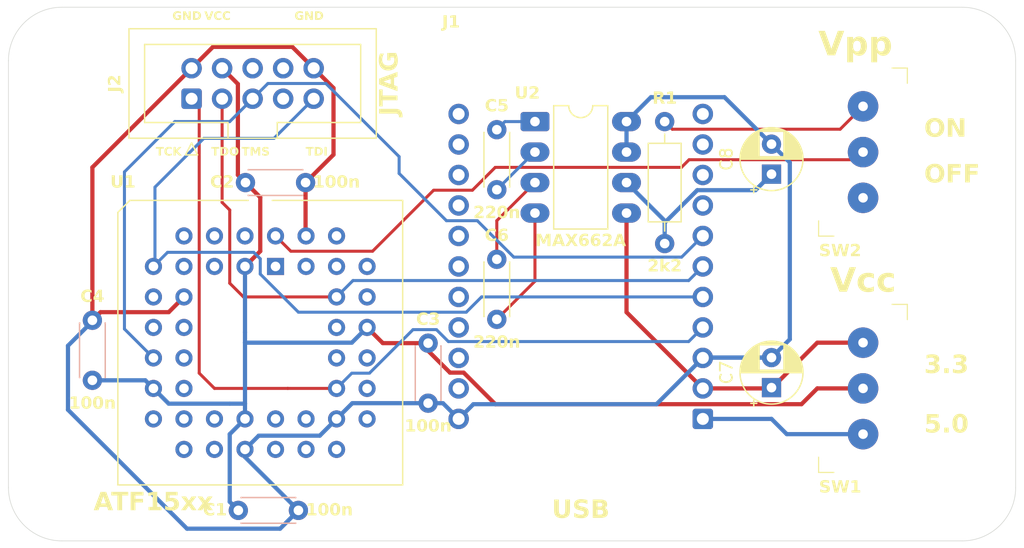
<source format=kicad_pcb>
(kicad_pcb (version 20241229) (generator "pcbnew") (generator_version "9.0")
  (title_block (title "ATF1504 - FT232HQ Adapter Shield") (date "2019-11-20") (rev "1") (company "hackup.net"))
  (layers (0 "F.Cu" signal) (2 "B.Cu" signal) (13 "F.Paste" user) (15 "B.Paste" user) (5 "F.SilkS" user "F.Silkscreen") (7 "B.SilkS" user "B.Silkscreen") (1 "F.Mask" user) (3 "B.Mask" user) (25 "Edge.Cuts" user))
  (net 0 "")
  (net 1 "TCK")
  (net 2 "TDI")
  (net 3 "TDO")
  (net 4 "TMS")
  (net 5 "+5V")
  (net 6 "GND")
  (net 7 "+3V3")
  (net 8 "+12V")
  (net 38 "VCC")
  (net 39 "Net-(C5-Pad1)")
  (net 40 "Net-(C5-Pad2)")
  (net 41 "Net-(C6-Pad2)")
  (net 42 "Net-(C6-Pad1)")
  (net 48 "Net-(SW2-B)")
  (net 63 "Net-(SW2-A)")
  (footprint "T-Pau:SW_Apem_SS-25136-NH" (layer "F.Cu") (at 151.765 55.245 -90)
    (property "Reference" "SW2" (at 8.255 1.905 0) (layer "F.SilkS") (effects (font (thickness 0.1))))
    (property "Value" "Vpp" (at -8.89 0.635 0) (layer "F.SilkS") (effects (font (size 2 2))))
    (pad "1" thru_hole circle (at -3.81 0 270) (size 2.54 2.54) (drill 0.8) (layers "*.Cu" "*.Mask") (net 63 "Net-(SW2-A)"))
    (pad "2" thru_hole circle (at 0 0 270) (size 2.54 2.54) (drill 0.8) (layers "*.Cu" "*.Mask") (net 48 "Net-(SW2-B)"))
    (pad "3" thru_hole circle (at 3.81 0 270) (size 2.54 2.54) (drill 0.8) (layers "*.Cu" "*.Mask"))
  )
  (footprint "Resistor_THT:R_Axial_DIN0207_L6.3mm_D2.5mm_P10.16mm_Horizontal" (layer "F.Cu") (at 135.255 62.865 90)
    (property "Reference" "R1" (at 12.065 0 0) (layer "F.SilkS"))
    (property "Value" "2k2" (at -1.905 0 0) (layer "F.SilkS"))
    (pad "1" thru_hole circle (at 0 0 90) (size 1.6 1.6) (drill 0.8) (layers "*.Cu" "*.Mask") (net 8 "+12V"))
    (pad "2" thru_hole oval (at 10.16 0 90) (size 1.6 1.6) (drill 0.8) (layers "*.Cu" "*.Mask") (net 63 "Net-(SW2-A)"))
  )
  (footprint "Connector_IDC:IDC-Header_2x05_P2.54mm_Vertical" (layer "F.Cu") (at 95.885 50.8 90)
    (property "Reference" "J2" (at 1.27 -6.35 90) (layer "F.SilkS"))
    (property "Value" "JTAG" (at 1.27 16.51 90) (layer "F.SilkS") (effects (font (size 1.5 1.5))))
    (pad "1" thru_hole roundrect (at 0 0 90) (size 1.7 1.7) (drill 1) (layers "*.Cu" "*.Mask") (roundrect_rratio 0.147059) (net 1 "TCK"))
    (pad "2" thru_hole circle (at 2.54 0 90) (size 1.7 1.7) (drill 1) (layers "*.Cu" "*.Mask") (net 6 "GND"))
    (pad "3" thru_hole circle (at 0 2.54 90) (size 1.7 1.7) (drill 1) (layers "*.Cu" "*.Mask") (net 3 "TDO"))
    (pad "4" thru_hole circle (at 2.54 2.54 90) (size 1.7 1.7) (drill 1) (layers "*.Cu" "*.Mask") (net 38 "VCC"))
    (pad "5" thru_hole circle (at 0 5.08 90) (size 1.7 1.7) (drill 1) (layers "*.Cu" "*.Mask") (net 4 "TMS"))
    (pad "6" thru_hole circle (at 2.54 5.08 90) (size 1.7 1.7) (drill 1) (layers "*.Cu" "*.Mask"))
    (pad "7" thru_hole circle (at 0 7.62 90) (size 1.7 1.7) (drill 1) (layers "*.Cu" "*.Mask"))
    (pad "8" thru_hole circle (at 2.54 7.62 90) (size 1.7 1.7) (drill 1) (layers "*.Cu" "*.Mask"))
    (pad "9" thru_hole circle (at 0 10.16 90) (size 1.7 1.7) (drill 1) (layers "*.Cu" "*.Mask") (net 2 "TDI"))
    (pad "10" thru_hole circle (at 2.54 10.16 90) (size 1.7 1.7) (drill 1) (layers "*.Cu" "*.Mask") (net 6 "GND"))
  )
  (footprint "Capacitor_THT:CP_Radial_D5.0mm_P2.50mm" (layer "F.Cu") (at 144.145 57.085113 90)
    (property "Reference" "C8" (at 1.25 -3.75 90) (layer "F.SilkS"))
    (property "Value" "4.7u")
    (pad "1" thru_hole rect (at 0 0 90) (size 1.6 1.6) (drill 0.8) (layers "*.Cu" "*.Mask") (net 8 "+12V"))
    (pad "2" thru_hole circle (at 2.5 0 90) (size 1.6 1.6) (drill 0.8) (layers "*.Cu" "*.Mask") (net 6 "GND"))
  )
  (footprint "T-Pau:SW_Apem_SS-25136-NH" (layer "F.Cu") (at 151.765 74.93 -90)
    (property "Reference" "SW1" (at 8.255 1.905 0) (layer "F.SilkS") (effects (font (thickness 0.1))))
    (property "Value" "Vcc" (at -8.89 0 0) (layer "F.SilkS") (effects (font (size 2 2))))
    (pad "1" thru_hole circle (at -3.81 0 270) (size 2.54 2.54) (drill 0.8) (layers "*.Cu" "*.Mask") (net 5 "+5V"))
    (pad "2" thru_hole circle (at 0 0 270) (size 2.54 2.54) (drill 0.8) (layers "*.Cu" "*.Mask") (net 38 "VCC"))
    (pad "3" thru_hole circle (at 3.81 0 270) (size 2.54 2.54) (drill 0.8) (layers "*.Cu" "*.Mask") (net 7 "+3V3"))
  )
  (footprint "Package_LCC:PLCC-44_THT-Socket" (layer "F.Cu") (at 102.87 64.77)
    (property "Reference" "U1" (at -12.7 -6.985 0) (layer "F.SilkS"))
    (property "Value" "ATF15xx" (at -10.16 19.685 0) (layer "F.SilkS") (effects (font (size 1.5 1.5))))
    (pad "1" thru_hole rect (at 0 0) (size 1.4224 1.4224) (drill 0.8) (layers "*.Cu" "*.Mask"))
    (pad "2" thru_hole circle (at -2.54 -2.54) (size 1.4224 1.4224) (drill 0.8) (layers "*.Cu" "*.Mask"))
    (pad "3" thru_hole circle (at -2.54 0) (size 1.4224 1.4224) (drill 0.8) (layers "*.Cu" "*.Mask") (net 38 "VCC"))
    (pad "4" thru_hole circle (at -5.08 -2.54) (size 1.4224 1.4224) (drill 0.8) (layers "*.Cu" "*.Mask"))
    (pad "5" thru_hole circle (at -5.08 0) (size 1.4224 1.4224) (drill 0.8) (layers "*.Cu" "*.Mask"))
    (pad "6" thru_hole circle (at -7.62 -2.54) (size 1.4224 1.4224) (drill 0.8) (layers "*.Cu" "*.Mask"))
    (pad "7" thru_hole circle (at -10.16 0) (size 1.4224 1.4224) (drill 0.8) (layers "*.Cu" "*.Mask") (net 2 "TDI"))
    (pad "8" thru_hole circle (at -7.62 0) (size 1.4224 1.4224) (drill 0.8) (layers "*.Cu" "*.Mask"))
    (pad "9" thru_hole circle (at -10.16 2.54) (size 1.4224 1.4224) (drill 0.8) (layers "*.Cu" "*.Mask"))
    (pad "10" thru_hole circle (at -7.62 2.54) (size 1.4224 1.4224) (drill 0.8) (layers "*.Cu" "*.Mask") (net 6 "GND"))
    (pad "11" thru_hole circle (at -10.16 5.08) (size 1.4224 1.4224) (drill 0.8) (layers "*.Cu" "*.Mask"))
    (pad "12" thru_hole circle (at -7.62 5.08) (size 1.4224 1.4224) (drill 0.8) (layers "*.Cu" "*.Mask"))
    (pad "13" thru_hole circle (at -10.16 7.62) (size 1.4224 1.4224) (drill 0.8) (layers "*.Cu" "*.Mask") (net 4 "TMS"))
    (pad "14" thru_hole circle (at -7.62 7.62) (size 1.4224 1.4224) (drill 0.8) (layers "*.Cu" "*.Mask"))
    (pad "15" thru_hole circle (at -10.16 10.16) (size 1.4224 1.4224) (drill 0.8) (layers "*.Cu" "*.Mask") (net 38 "VCC"))
    (pad "16" thru_hole circle (at -7.62 10.16) (size 1.4224 1.4224) (drill 0.8) (layers "*.Cu" "*.Mask"))
    (pad "17" thru_hole circle (at -10.16 12.7) (size 1.4224 1.4224) (drill 0.8) (layers "*.Cu" "*.Mask"))
    (pad "18" thru_hole circle (at -7.62 15.24) (size 1.4224 1.4224) (drill 0.8) (layers "*.Cu" "*.Mask"))
    (pad "19" thru_hole circle (at -7.62 12.7) (size 1.4224 1.4224) (drill 0.8) (layers "*.Cu" "*.Mask"))
    (pad "20" thru_hole circle (at -5.08 15.24) (size 1.4224 1.4224) (drill 0.8) (layers "*.Cu" "*.Mask"))
    (pad "21" thru_hole circle (at -5.08 12.7) (size 1.4224 1.4224) (drill 0.8) (layers "*.Cu" "*.Mask"))
    (pad "22" thru_hole circle (at -2.54 15.24) (size 1.4224 1.4224) (drill 0.8) (layers "*.Cu" "*.Mask") (net 6 "GND"))
    (pad "23" thru_hole circle (at -2.54 12.7) (size 1.4224 1.4224) (drill 0.8) (layers "*.Cu" "*.Mask") (net 38 "VCC"))
    (pad "24" thru_hole circle (at 0 15.24) (size 1.4224 1.4224) (drill 0.8) (layers "*.Cu" "*.Mask"))
    (pad "25" thru_hole circle (at 0 12.7) (size 1.4224 1.4224) (drill 0.8) (layers "*.Cu" "*.Mask"))
    (pad "26" thru_hole circle (at 2.54 15.24) (size 1.4224 1.4224) (drill 0.8) (layers "*.Cu" "*.Mask"))
    (pad "27" thru_hole circle (at 2.54 12.7) (size 1.4224 1.4224) (drill 0.8) (layers "*.Cu" "*.Mask"))
    (pad "28" thru_hole circle (at 5.08 15.24) (size 1.4224 1.4224) (drill 0.8) (layers "*.Cu" "*.Mask"))
    (pad "29" thru_hole circle (at 7.62 12.7) (size 1.4224 1.4224) (drill 0.8) (layers "*.Cu" "*.Mask"))
    (pad "30" thru_hole circle (at 5.08 12.7) (size 1.4224 1.4224) (drill 0.8) (layers "*.Cu" "*.Mask") (net 6 "GND"))
    (pad "31" thru_hole circle (at 7.62 10.16) (size 1.4224 1.4224) (drill 0.8) (layers "*.Cu" "*.Mask"))
    (pad "32" thru_hole circle (at 5.08 10.16) (size 1.4224 1.4224) (drill 0.8) (layers "*.Cu" "*.Mask") (net 1 "TCK"))
    (pad "33" thru_hole circle (at 7.62 7.62) (size 1.4224 1.4224) (drill 0.8) (layers "*.Cu" "*.Mask"))
    (pad "34" thru_hole circle (at 5.08 7.62) (size 1.4224 1.4224) (drill 0.8) (layers "*.Cu" "*.Mask"))
    (pad "35" thru_hole circle (at 7.62 5.08) (size 1.4224 1.4224) (drill 0.8) (layers "*.Cu" "*.Mask") (net 38 "VCC"))
    (pad "36" thru_hole circle (at 5.08 5.08) (size 1.4224 1.4224) (drill 0.8) (layers "*.Cu" "*.Mask"))
    (pad "37" thru_hole circle (at 7.62 2.54) (size 1.4224 1.4224) (drill 0.8) (layers "*.Cu" "*.Mask"))
    (pad "38" thru_hole circle (at 5.08 2.54) (size 1.4224 1.4224) (drill 0.8) (layers "*.Cu" "*.Mask") (net 3 "TDO"))
    (pad "39" thru_hole circle (at 7.62 0) (size 1.4224 1.4224) (drill 0.8) (layers "*.Cu" "*.Mask"))
    (pad "40" thru_hole circle (at 5.08 -2.54) (size 1.4224 1.4224) (drill 0.8) (layers "*.Cu" "*.Mask"))
    (pad "41" thru_hole circle (at 5.08 0) (size 1.4224 1.4224) (drill 0.8) (layers "*.Cu" "*.Mask"))
    (pad "42" thru_hole circle (at 2.54 -2.54) (size 1.4224 1.4224) (drill 0.8) (layers "*.Cu" "*.Mask") (net 6 "GND"))
    (pad "43" thru_hole circle (at 2.54 0) (size 1.4224 1.4224) (drill 0.8) (layers "*.Cu" "*.Mask"))
    (pad "44" thru_hole circle (at 0 -2.54) (size 1.4224 1.4224) (drill 0.8) (layers "*.Cu" "*.Mask") (net 48 "Net-(SW2-B)"))
  )
  (footprint "Package_DIP:DIP-8_W7.62mm_LongPads" (layer "F.Cu") (at 124.46 52.705)
    (property "Reference" "U2" (at -0.635 -2.33 0) (layer "F.SilkS"))
    (property "Value" "MAX662A" (at 3.81 9.95 0) (layer "F.SilkS"))
    (pad "1" thru_hole roundrect (at 0 0) (size 2.4 1.6) (drill 0.8) (layers "*.Cu" "*.Mask") (roundrect_rratio 0.15625) (net 39 "Net-(C5-Pad1)"))
    (pad "2" thru_hole oval (at 0 2.54) (size 2.4 1.6) (drill 0.8) (layers "*.Cu" "*.Mask") (net 40 "Net-(C5-Pad2)"))
    (pad "3" thru_hole oval (at 0 5.08) (size 2.4 1.6) (drill 0.8) (layers "*.Cu" "*.Mask") (net 42 "Net-(C6-Pad1)"))
    (pad "4" thru_hole oval (at 0 7.62) (size 2.4 1.6) (drill 0.8) (layers "*.Cu" "*.Mask") (net 41 "Net-(C6-Pad2)"))
    (pad "5" thru_hole oval (at 7.62 7.62) (size 2.4 1.6) (drill 0.8) (layers "*.Cu" "*.Mask") (net 5 "+5V"))
    (pad "6" thru_hole oval (at 7.62 5.08) (size 2.4 1.6) (drill 0.8) (layers "*.Cu" "*.Mask") (net 8 "+12V"))
    (pad "7" thru_hole oval (at 7.62 2.54) (size 2.4 1.6) (drill 0.8) (layers "*.Cu" "*.Mask") (net 6 "GND"))
    (pad "8" thru_hole oval (at 7.62 0) (size 2.4 1.6) (drill 0.8) (layers "*.Cu" "*.Mask") (net 6 "GND"))
  )
  (footprint "Capacitor_THT:CP_Radial_D5.0mm_P2.50mm" (layer "F.Cu") (at 144.145 74.865113 90)
    (property "Reference" "C7" (at 1.25 -3.75 90) (layer "F.SilkS"))
    (property "Value" "4.7u")
    (pad "1" thru_hole rect (at 0 0 90) (size 1.6 1.6) (drill 0.8) (layers "*.Cu" "*.Mask") (net 5 "+5V"))
    (pad "2" thru_hole circle (at 2.5 0 90) (size 1.6 1.6) (drill 0.8) (layers "*.Cu" "*.Mask") (net 6 "GND"))
  )
  (footprint "Capacitor_THT:C_Disc_D4.3mm_W1.9mm_P5.00mm" (layer "F.Cu") (at 121.285 64.175 -90)
    (property "Reference" "C6" (at -1.945 0 180) (layer "F.SilkS"))
    (property "Value" "220n" (at 6.945 0 180) (layer "F.SilkS"))
    (pad "1" thru_hole circle (at 0 0 270) (size 1.6 1.6) (drill 0.8) (layers "*.Cu" "*.Mask") (net 42 "Net-(C6-Pad1)"))
    (pad "2" thru_hole circle (at 5 0 270) (size 1.6 1.6) (drill 0.8) (layers "*.Cu" "*.Mask") (net 41 "Net-(C6-Pad2)"))
  )
  (footprint "Capacitor_THT:C_Disc_D4.3mm_W1.9mm_P5.00mm" (layer "F.Cu") (at 121.285 53.38 -90)
    (property "Reference" "C5" (at -1.945 0 180) (layer "F.SilkS"))
    (property "Value" "220n" (at 6.945 0 180) (layer "F.SilkS"))
    (pad "1" thru_hole circle (at 0 0 270) (size 1.6 1.6) (drill 0.8) (layers "*.Cu" "*.Mask") (net 39 "Net-(C5-Pad1)"))
    (pad "2" thru_hole circle (at 5 0 270) (size 1.6 1.6) (drill 0.8) (layers "*.Cu" "*.Mask") (net 40 "Net-(C5-Pad2)"))
  )
  (footprint "MountingHole:MountingHole_2.7mm_M2.5" (layer "F.Cu") (at 137.16 48.26)
    (property "Reference" "H2")
    (property "Value" "MountingHole")
    (pad "" np_thru_hole circle (at 0 0) (size 2.7 2.7) (drill 2.7) (layers "*.Cu" "*.Mask"))
  )
  (footprint "MountingHole:MountingHole_2.7mm_M2.5" (layer "F.Cu") (at 137.16 81.28)
    (property "Reference" "H4")
    (property "Value" "MountingHole")
    (pad "" np_thru_hole circle (at 0 0) (size 2.7 2.7) (drill 2.7) (layers "*.Cu" "*.Mask"))
  )
  (footprint "MountingHole:MountingHole_2.7mm_M2.5" (layer "F.Cu") (at 119.38 81.28)
    (property "Reference" "H3")
    (property "Value" "MountingHole")
    (pad "" np_thru_hole circle (at 0 0) (size 2.7 2.7) (drill 2.7) (layers "*.Cu" "*.Mask"))
  )
  (footprint "MountingHole:MountingHole_3.2mm_M3" (layer "F.Cu") (at 85.09 47.625)
    (property "Reference" "H5")
    (property "Value" "MountingHole")
    (pad "" np_thru_hole circle (at 0 0) (size 3.2 3.2) (drill 3.2) (layers "*.Cu" "*.Mask"))
  )
  (footprint "MountingHole:MountingHole_2.7mm_M2.5" (layer "F.Cu") (at 119.38 48.26)
    (property "Reference" "H1")
    (property "Value" "MountingHole")
    (pad "" np_thru_hole circle (at 0 0) (size 2.7 2.7) (drill 2.7) (layers "*.Cu" "*.Mask"))
  )
  (footprint "MountingHole:MountingHole_3.2mm_M3" (layer "F.Cu") (at 160.02 47.625)
    (property "Reference" "H7")
    (property "Value" "MountingHole")
    (pad "" np_thru_hole circle (at 0 0) (size 3.2 3.2) (drill 3.2) (layers "*.Cu" "*.Mask"))
  )
  (footprint "MountingHole:MountingHole_3.2mm_M3" (layer "F.Cu") (at 160.02 83.185)
    (property "Reference" "H8")
    (property "Value" "MountingHole")
    (pad "" np_thru_hole circle (at 0 0) (size 3.2 3.2) (drill 3.2) (layers "*.Cu" "*.Mask"))
  )
  (footprint "MountingHole:MountingHole_3.2mm_M3" (layer "F.Cu") (at 85.09 83.185)
    (property "Reference" "H6")
    (property "Value" "MountingHole")
    (pad "" np_thru_hole circle (at 0 0) (size 3.2 3.2) (drill 3.2) (layers "*.Cu" "*.Mask"))
  )
  (footprint "T-Pau:FT232H" (layer "F.Cu") (at 128.27 64.77 90)
    (property "Reference" "J1" (at 20.32 -10.795 0) (layer "F.SilkS") (effects (font (thickness 0.1))))
    (property "Value" "USB" (at -20.32 0 0) (layer "F.SilkS") (effects (font (size 1.5 1.5))))
    (pad "1" thru_hole roundrect (at -12.7 10.16 90) (size 1.7 1.7) (drill 1) (layers "*.Cu" "*.Mask") (roundrect_rratio 0.1470588235) (net 7 "+3V3"))
    (pad "2" thru_hole circle (at -10.16 10.16 90) (size 1.7 1.7) (drill 1) (layers "*.Cu" "*.Mask") (net 5 "+5V"))
    (pad "3" thru_hole circle (at -7.62 10.16 90) (size 1.7 1.7) (drill 1) (layers "*.Cu" "*.Mask") (net 6 "GND"))
    (pad "4" thru_hole circle (at -5.08 10.16 90) (size 1.7 1.7) (drill 1) (layers "*.Cu" "*.Mask") (net 1 "TCK"))
    (pad "5" thru_hole circle (at -2.54 10.16 90) (size 1.7 1.7) (drill 1) (layers "*.Cu" "*.Mask") (net 2 "TDI"))
    (pad "6" thru_hole circle (at 0 10.16 90) (size 1.7 1.7) (drill 1) (layers "*.Cu" "*.Mask") (net 3 "TDO"))
    (pad "7" thru_hole circle (at 2.54 10.16 90) (size 1.7 1.7) (drill 1) (layers "*.Cu" "*.Mask") (net 4 "TMS"))
    (pad "8" thru_hole circle (at 5.08 10.16 90) (size 1.7 1.7) (drill 1) (layers "*.Cu" "*.Mask"))
    (pad "9" thru_hole circle (at 7.62 10.16 90) (size 1.7 1.7) (drill 1) (layers "*.Cu" "*.Mask"))
    (pad "10" thru_hole circle (at 10.16 10.16 90) (size 1.7 1.7) (drill 1) (layers "*.Cu" "*.Mask"))
    (pad "11" thru_hole circle (at 12.7 10.16 90) (size 1.7 1.7) (drill 1) (layers "*.Cu" "*.Mask"))
    (pad "12" thru_hole circle (at 12.7 -10.16 90) (size 1.7 1.7) (drill 1) (layers "*.Cu" "*.Mask"))
    (pad "13" thru_hole circle (at 10.16 -10.16 90) (size 1.7 1.7) (drill 1) (layers "*.Cu" "*.Mask"))
    (pad "14" thru_hole circle (at 7.62 -10.16 90) (size 1.7 1.7) (drill 1) (layers "*.Cu" "*.Mask"))
    (pad "15" thru_hole circle (at 5.08 -10.16 90) (size 1.7 1.7) (drill 1) (layers "*.Cu" "*.Mask"))
    (pad "16" thru_hole circle (at 2.54 -10.16 90) (size 1.7 1.7) (drill 1) (layers "*.Cu" "*.Mask"))
    (pad "17" thru_hole circle (at 0 -10.16 90) (size 1.7 1.7) (drill 1) (layers "*.Cu" "*.Mask"))
    (pad "18" thru_hole circle (at -2.54 -10.16 90) (size 1.7 1.7) (drill 1) (layers "*.Cu" "*.Mask"))
    (pad "19" thru_hole circle (at -5.08 -10.16 90) (size 1.7 1.7) (drill 1) (layers "*.Cu" "*.Mask"))
    (pad "20" thru_hole circle (at -7.62 -10.16 90) (size 1.7 1.7) (drill 1) (layers "*.Cu" "*.Mask"))
    (pad "21" thru_hole circle (at -10.16 -10.16 90) (size 1.7 1.7) (drill 1) (layers "*.Cu" "*.Mask"))
    (pad "22" thru_hole circle (at -12.7 -10.16 90) (size 1.7 1.7) (drill 1) (layers "*.Cu" "*.Mask") (net 6 "GND"))
  )
  (footprint "Capacitor_THT:C_Disc_D4.3mm_W1.9mm_P5.00mm" (layer "B.Cu") (at 100.37 57.785)
    (property "Reference" "C2" (at -1.945 0 0) (layer "F.SilkS"))
    (property "Value" "100n" (at 7.58 0 0) (layer "F.SilkS"))
    (pad "1" thru_hole circle (at 0 0) (size 1.6 1.6) (drill 0.8) (layers "*.Cu" "*.Mask") (net 38 "VCC"))
    (pad "2" thru_hole circle (at 5 0) (size 1.6 1.6) (drill 0.8) (layers "*.Cu" "*.Mask") (net 6 "GND"))
  )
  (footprint "Capacitor_THT:C_Disc_D4.3mm_W1.9mm_P5.00mm" (layer "B.Cu") (at 99.775 85.09)
    (property "Reference" "C1" (at -1.945 0 0) (layer "F.SilkS"))
    (property "Value" "100n" (at 7.58 0 0) (layer "F.SilkS"))
    (pad "1" thru_hole circle (at 0 0) (size 1.6 1.6) (drill 0.8) (layers "*.Cu" "*.Mask") (net 38 "VCC"))
    (pad "2" thru_hole circle (at 5 0) (size 1.6 1.6) (drill 0.8) (layers "*.Cu" "*.Mask") (net 6 "GND"))
  )
  (footprint "Capacitor_THT:C_Disc_D4.3mm_W1.9mm_P5.00mm" (layer "B.Cu") (at 87.63 74.255 90)
    (property "Reference" "C4" (at 6.945 0 0) (layer "F.SilkS"))
    (property "Value" "100n" (at -1.945 0 0) (layer "F.SilkS"))
    (pad "1" thru_hole circle (at 0 0 90) (size 1.6 1.6) (drill 0.8) (layers "*.Cu" "*.Mask") (net 38 "VCC"))
    (pad "2" thru_hole circle (at 5 0 90) (size 1.6 1.6) (drill 0.8) (layers "*.Cu" "*.Mask") (net 6 "GND"))
  )
  (footprint "Capacitor_THT:C_Disc_D4.3mm_W1.9mm_P5.00mm" (layer "B.Cu") (at 115.57 71.16 -90)
    (property "Reference" "C3" (at -1.945 0 0) (layer "F.SilkS"))
    (property "Value" "100n" (at 6.945 0 0) (layer "F.SilkS"))
    (pad "1" thru_hole circle (at 0 0 270) (size 1.6 1.6) (drill 0.8) (layers "*.Cu" "*.Mask") (net 38 "VCC"))
    (pad "2" thru_hole circle (at 5 0 270) (size 1.6 1.6) (drill 0.8) (layers "*.Cu" "*.Mask") (net 6 "GND"))
  )
  (gr_line (start 85.09 43.18) (end 160.02 43.18) (stroke (width 0.05)) (layer "Edge.Cuts"))
  (gr_arc (start 160.02 43.18) (mid 163.16309 44.48191) (end 164.465 47.625) (stroke (width 0.05)) (layer "Edge.Cuts"))
  (gr_line (start 80.645 47.625) (end 80.645 83.185) (stroke (width 0.05)) (layer "Edge.Cuts"))
  (gr_arc (start 85.09 87.63) (mid 81.94691 86.32809) (end 80.645 83.185) (stroke (width 0.05)) (layer "Edge.Cuts"))
  (gr_line (start 164.465 47.625) (end 164.465 83.185) (stroke (width 0.05)) (layer "Edge.Cuts"))
  (gr_line (start 160.02 87.63) (end 85.09 87.63) (stroke (width 0.05)) (layer "Edge.Cuts"))
  (gr_arc (start 80.645 47.625) (mid 81.94691 44.48191) (end 85.09 43.18) (stroke (width 0.05)) (layer "Edge.Cuts"))
  (gr_arc (start 164.465 83.185) (mid 163.16309 86.32809) (end 160.02 87.63) (stroke (width 0.05)) (layer "Edge.Cuts"))
  (gr_text "3.3" (at 156.845 73.025 0) (layer "F.SilkS") (effects (font (size 1.5 1.5)) (justify left)))
  (gr_text "5.0" (at 156.845 77.978 0) (layer "F.SilkS") (effects (font (size 1.5 1.5)) (justify left)))
  (gr_text "ON" (at 156.845 53.34 0) (layer "F.SilkS") (effects (font (size 1.5 1.5)) (justify left)))
  (gr_text "OFF" (at 156.845 57.15 0) (layer "F.SilkS") (effects (font (size 1.5 1.5)) (justify left)))
  (gr_text "TCK" (at 93.98 55.245 0) (layer "F.SilkS") (effects (font (size 0.7 0.7) (thickness 0.12))))
  (gr_text "TDO" (at 98.679 55.245 0) (layer "F.SilkS") (effects (font (size 0.7 0.7) (thickness 0.12))))
  (gr_text "TMS" (at 101.219 55.245 0) (layer "F.SilkS") (effects (font (size 0.7 0.7) (thickness 0.12))))
  (gr_text "GND" (at 95.504 43.942 0) (layer "F.SilkS") (effects (font (size 0.7 0.7) (thickness 0.12))))
  (gr_text "VCC" (at 98.044 43.942 0) (layer "F.SilkS") (effects (font (size 0.7 0.7) (thickness 0.12))))
  (gr_text "GND" (at 105.664 43.942 0) (layer "F.SilkS") (effects (font (size 0.7 0.7) (thickness 0.12))))
  (gr_text "TDI" (at 106.299 55.245 0) (layer "F.SilkS") (effects (font (size 0.7 0.7) (thickness 0.12))))
  (segment (start 96.52 51.435) (end 95.885 50.8) (width 0.25) (layer "F.Cu") (net 1))
  (segment (start 103.886 74.93) (end 107.95 74.93) (width 0.25) (layer "F.Cu") (net 1))
  (segment (start 103.886 74.93) (end 97.79 74.93) (width 0.25) (layer "F.Cu") (net 1))
  (segment (start 96.52 73.66) (end 96.52 51.435) (width 0.25) (layer "F.Cu") (net 1))
  (segment (start 97.79 74.93) (end 96.52 73.66) (width 0.25) (layer "F.Cu") (net 1))
  (segment (start 138.43 69.85) (end 137.254 71.026) (width 0.25) (layer "B.Cu") (net 1))
  (segment (start 117.254 71.026) (end 116.262 70.034) (width 0.25) (layer "B.Cu") (net 1))
  (segment (start 116.262 70.034) (end 114.312823 70.034) (width 0.25) (layer "B.Cu") (net 1))
  (segment (start 137.254 71.026) (end 117.254 71.026) (width 0.25) (layer "B.Cu") (net 1))
  (segment (start 110.686823 73.66) (end 109.22 73.66) (width 0.25) (layer "B.Cu") (net 1))
  (segment (start 114.312823 70.034) (end 110.686823 73.66) (width 0.25) (layer "B.Cu") (net 1))
  (segment (start 109.22 73.66) (end 107.95 74.93) (width 0.25) (layer "B.Cu") (net 1))
  (segment (start 118.745 68.58) (end 104.775 68.58) (width 0.25) (layer "B.Cu") (net 2))
  (segment (start 104.775 68.58) (end 101.6 65.405) (width 0.25) (layer "B.Cu") (net 2))
  (segment (start 101.059 63.594) (end 93.886 63.594) (width 0.25) (layer "B.Cu") (net 2))
  (segment (start 92.837 64.643) (end 92.71 64.77) (width 0.25) (layer "B.Cu") (net 2))
  (segment (start 120.015 67.31) (end 118.745 68.58) (width 0.25) (layer "B.Cu") (net 2))
  (segment (start 93.886 63.594) (end 92.71 64.77) (width 0.25) (layer "B.Cu") (net 2))
  (segment (start 102.743 54.102) (end 96.901 54.102) (width 0.25) (layer "B.Cu") (net 2))
  (segment (start 138.43 67.31) (end 120.015 67.31) (width 0.25) (layer "B.Cu") (net 2))
  (segment (start 96.901 54.102) (end 92.837 58.166) (width 0.25) (layer "B.Cu") (net 2))
  (segment (start 106.045 50.8) (end 102.743 54.102) (width 0.25) (layer "B.Cu") (net 2))
  (segment (start 101.6 64.135) (end 101.059 63.594) (width 0.25) (layer "B.Cu") (net 2))
  (segment (start 92.837 58.166) (end 92.837 64.643) (width 0.25) (layer "B.Cu") (net 2))
  (segment (start 101.6 65.405) (end 101.6 64.135) (width 0.25) (layer "B.Cu") (net 2))
  (segment (start 99.06 66.167) (end 100.203 67.31) (width 0.25) (layer "F.Cu") (net 3))
  (segment (start 98.425 59.436) (end 99.06 60.071) (width 0.25) (layer "F.Cu") (net 3))
  (segment (start 98.425 50.8) (end 98.425 59.436) (width 0.25) (layer "F.Cu") (net 3))
  (segment (start 99.06 60.071) (end 99.06 66.167) (width 0.25) (layer "F.Cu") (net 3))
  (segment (start 100.203 67.31) (end 107.95 67.31) (width 0.25) (layer "F.Cu") (net 3))
  (segment (start 107.95 67.31) (end 109.314 65.946) (width 0.25) (layer "B.Cu") (net 3))
  (segment (start 137.254 65.946) (end 138.43 64.77) (width 0.25) (layer "B.Cu") (net 3))
  (segment (start 109.314 65.946) (end 137.254 65.946) (width 0.25) (layer "B.Cu") (net 3))
  (segment (start 113.157 57.023) (end 117.094 60.96) (width 0.25) (layer "B.Cu") (net 4))
  (segment (start 119.662405 60.96) (end 122.693405 63.991) (width 0.25) (layer "B.Cu") (net 4))
  (segment (start 136.669 63.991) (end 138.43 62.23) (width 0.25) (layer "B.Cu") (net 4))
  (segment (start 107.061 49.53) (end 113.157 55.626) (width 0.25) (layer "B.Cu") (net 4))
  (segment (start 122.693405 63.991) (end 136.669 63.991) (width 0.25) (layer "B.Cu") (net 4))
  (segment (start 117.094 60.96) (end 119.662405 60.96) (width 0.25) (layer "B.Cu") (net 4))
  (segment (start 90.297 56.896) (end 90.297 69.977) (width 0.25) (layer "B.Cu") (net 4))
  (segment (start 102.235 49.53) (end 107.061 49.53) (width 0.25) (layer "B.Cu") (net 4))
  (segment (start 99.06 52.705) (end 94.488 52.705) (width 0.25) (layer "B.Cu") (net 4))
  (segment (start 100.965 50.8) (end 102.235 49.53) (width 0.25) (layer "B.Cu") (net 4))
  (segment (start 90.297 69.977) (end 92.71 72.39) (width 0.25) (layer "B.Cu") (net 4))
  (segment (start 94.488 52.705) (end 90.297 56.896) (width 0.25) (layer "B.Cu") (net 4))
  (segment (start 100.965 50.8) (end 99.06 52.705) (width 0.25) (layer "B.Cu") (net 4))
  (segment (start 113.157 55.626) (end 113.157 57.023) (width 0.25) (layer "B.Cu") (net 4))
  (segment (start 132.08 68.58) (end 132.08 60.325) (width 0.35) (layer "F.Cu") (net 5))
  (segment (start 138.43 74.93) (end 132.08 68.58) (width 0.35) (layer "F.Cu") (net 5))
  (segment (start 138.43 74.93) (end 144.145 74.93) (width 0.35) (layer "F.Cu") (net 5))
  (segment (start 144.145 74.93) (end 147.955 71.12) (width 0.35) (layer "F.Cu") (net 5))
  (segment (start 147.955 71.12) (end 151.765 71.12) (width 0.35) (layer "F.Cu") (net 5))
  (segment (start 106.045 48.26) (end 107.696 49.911) (width 0.35) (layer "F.Cu") (net 6))
  (segment (start 105.37 57.785) (end 105.37 62.19) (width 0.35) (layer "F.Cu") (net 6))
  (segment (start 100.33 80.645) (end 100.33 80.01) (width 0.35) (layer "F.Cu") (net 6))
  (segment (start 104.267 46.482) (end 97.663 46.482) (width 0.35) (layer "F.Cu") (net 6))
  (segment (start 107.696 49.911) (end 107.696 55.459) (width 0.35) (layer "F.Cu") (net 6))
  (segment (start 88.305 68.58) (end 93.98 68.58) (width 0.35) (layer "F.Cu") (net 6))
  (segment (start 95.885 48.26) (end 87.63 56.515) (width 0.35) (layer "F.Cu") (net 6))
  (segment (start 87.63 69.342) (end 87.63 69.255) (width 0.35) (layer "F.Cu") (net 6))
  (segment (start 93.98 68.58) (end 95.25 67.31) (width 0.35) (layer "F.Cu") (net 6))
  (segment (start 97.663 46.482) (end 95.885 48.26) (width 0.35) (layer "F.Cu") (net 6))
  (segment (start 107.696 55.459) (end 105.37 57.785) (width 0.35) (layer "F.Cu") (net 6))
  (segment (start 87.63 56.515) (end 87.63 69.255) (width 0.35) (layer "F.Cu") (net 6))
  (segment (start 105.37 62.19) (end 105.41 62.23) (width 0.35) (layer "F.Cu") (net 6))
  (segment (start 106.045 48.26) (end 104.267 46.482) (width 0.35) (layer "F.Cu") (net 6))
  (segment (start 87.63 69.255) (end 88.305 68.58) (width 0.35) (layer "F.Cu") (net 6))
  (segment (start 104.775 85.09) (end 100.33 80.645) (width 0.35) (layer "B.Cu") (net 6))
  (segment (start 145.669 56.109113) (end 145.669 70.841113) (width 0.35) (layer "B.Cu") (net 6))
  (segment (start 106.553 78.867) (end 107.95 77.47) (width 0.35) (layer "B.Cu") (net 6))
  (segment (start 139.089887 72.365113) (end 144.145 72.365113) (width 0.35) (layer "B.Cu") (net 6))
  (segment (start 101.473 78.867) (end 106.553 78.867) (width 0.35) (layer "B.Cu") (net 6))
  (segment (start 119.336 76.244) (end 134.576 76.244) (width 0.35) (layer "B.Cu") (net 6))
  (segment (start 114.935 76.16) (end 109.26 76.16) (width 0.35) (layer "B.Cu") (net 6))
  (segment (start 85.598 71.374) (end 87.63 69.342) (width 0.35) (layer "B.Cu") (net 6))
  (segment (start 138.43 72.39) (end 139.065 72.39) (width 0.35) (layer "B.Cu") (net 6))
  (segment (start 134.112 50.673) (end 140.232887 50.673) (width 0.35) (layer "B.Cu") (net 6))
  (segment (start 104.775 85.09) (end 103.251 86.614) (width 0.35) (layer "B.Cu") (net 6))
  (segment (start 116.8 76.16) (end 118.11 77.47) (width 0.35) (layer "B.Cu") (net 6))
  (segment (start 139.065 72.39) (end 139.089887 72.365113) (width 0.35) (layer "B.Cu") (net 6))
  (segment (start 103.251 86.614) (end 95.504 86.614) (width 0.35) (layer "B.Cu") (net 6))
  (segment (start 140.232887 50.673) (end 144.145 54.585113) (width 0.35) (layer "B.Cu") (net 6))
  (segment (start 144.145 54.585113) (end 145.669 56.109113) (width 0.35) (layer "B.Cu") (net 6))
  (segment (start 145.669 70.841113) (end 144.145 72.365113) (width 0.35) (layer "B.Cu") (net 6))
  (segment (start 134.576 76.244) (end 138.454887 72.365113) (width 0.35) (layer "B.Cu") (net 6))
  (segment (start 109.26 76.16) (end 107.95 77.47) (width 0.35) (layer "B.Cu") (net 6))
  (segment (start 114.935 76.16) (end 116.8 76.16) (width 0.35) (layer "B.Cu") (net 6))
  (segment (start 138.454887 72.365113) (end 144.145 72.365113) (width 0.35) (layer "B.Cu") (net 6))
  (segment (start 132.08 52.705) (end 132.08 55.245) (width 0.35) (layer "B.Cu") (net 6))
  (segment (start 132.08 52.705) (end 134.112 50.673) (width 0.35) (layer "B.Cu") (net 6))
  (segment (start 100.33 80.01) (end 101.473 78.867) (width 0.35) (layer "B.Cu") (net 6))
  (segment (start 85.598 76.708) (end 85.598 71.374) (width 0.35) (layer "B.Cu") (net 6))
  (segment (start 118.11 77.47) (end 119.336 76.244) (width 0.35) (layer "B.Cu") (net 6))
  (segment (start 95.504 86.614) (end 85.598 76.708) (width 0.35) (layer "B.Cu") (net 6))
  (segment (start 145.415 78.74) (end 151.765 78.74) (width 0.35) (layer "B.Cu") (net 7))
  (segment (start 144.145 77.47) (end 145.415 78.74) (width 0.35) (layer "B.Cu") (net 7))
  (segment (start 138.43 77.47) (end 144.145 77.47) (width 0.35) (layer "B.Cu") (net 7))
  (segment (start 142.810113 58.42) (end 144.145 57.085113) (width 0.35) (layer "B.Cu") (net 8))
  (segment (start 132.08 57.785) (end 135.255 60.96) (width 0.35) (layer "B.Cu") (net 8))
  (segment (start 137.966174 58.42) (end 142.810113 58.42) (width 0.35) (layer "B.Cu") (net 8))
  (segment (start 135.255 61.131174) (end 137.966174 58.42) (width 0.35) (layer "B.Cu") (net 8))
  (segment (start 135.255 62.865) (end 135.255 61.131174) (width 0.35) (layer "B.Cu") (net 8))
  (segment (start 135.255 60.96) (end 135.255 61.131174) (width 0.35) (layer "B.Cu") (net 8))
  (segment (start 118.529826 73.616) (end 117.390999 73.616) (width 0.35) (layer "F.Cu") (net 38))
  (segment (start 146.641 76.244) (end 121.157826 76.244) (width 0.35) (layer "F.Cu") (net 38))
  (segment (start 115.57 71.795001) (end 115.57 71.16) (width 0.35) (layer "F.Cu") (net 38))
  (segment (start 147.955 74.93) (end 146.641 76.244) (width 0.35) (layer "F.Cu") (net 38))
  (segment (start 111.8 71.16) (end 115.57 71.16) (width 0.35) (layer "F.Cu") (net 38))
  (segment (start 100.37 57.785) (end 101.6 59.015) (width 0.35) (layer "F.Cu") (net 38))
  (segment (start 117.390999 73.616) (end 115.57 71.795001) (width 0.35) (layer "F.Cu") (net 38))
  (segment (start 99.739 57.154) (end 100.37 57.785) (width 0.35) (layer "F.Cu") (net 38))
  (segment (start 151.765 74.93) (end 147.955 74.93) (width 0.35) (layer "F.Cu") (net 38))
  (segment (start 99.739 49.574) (end 99.739 57.154) (width 0.35) (layer "F.Cu") (net 38))
  (segment (start 98.425 48.26) (end 99.739 49.574) (width 0.35) (layer "F.Cu") (net 38))
  (segment (start 121.157826 76.244) (end 118.529826 73.616) (width 0.35) (layer "F.Cu") (net 38))
  (segment (start 101.6 63.5) (end 100.33 64.77) (width 0.35) (layer "F.Cu") (net 38))
  (segment (start 101.6 59.015) (end 101.6 63.5) (width 0.35) (layer "F.Cu") (net 38))
  (segment (start 110.49 69.85) (end 111.8 71.16) (width 0.35) (layer "F.Cu") (net 38))
  (segment (start 110.49 69.85) (end 109.22 71.12) (width 0.35) (layer "B.Cu") (net 38))
  (segment (start 92.035 74.255) (end 92.71 74.93) (width 0.35) (layer "B.Cu") (net 38))
  (segment (start 100.33 70.258533) (end 100.33 71.12) (width 0.35) (layer "B.Cu") (net 38))
  (segment (start 100.33 71.12) (end 100.33 76.2) (width 0.35) (layer "B.Cu") (net 38))
  (segment (start 99.06 78.74) (end 100.33 77.47) (width 0.35) (layer "B.Cu") (net 38))
  (segment (start 99.06 84.375) (end 99.06 78.74) (width 0.35) (layer "B.Cu") (net 38))
  (segment (start 100.33 76.2) (end 100.33 77.47) (width 0.35) (layer "B.Cu") (net 38))
  (segment (start 109.22 71.12) (end 100.33 71.12) (width 0.35) (layer "B.Cu") (net 38))
  (segment (start 87.63 74.255) (end 92.035 74.255) (width 0.35) (layer "B.Cu") (net 38))
  (segment (start 99.775 85.09) (end 99.06 84.375) (width 0.35) (layer "B.Cu") (net 38))
  (segment (start 93.98 76.2) (end 99.06 76.2) (width 0.35) (layer "B.Cu") (net 38))
  (segment (start 100.33 70.258533) (end 100.33 64.77) (width 0.35) (layer "B.Cu") (net 38))
  (segment (start 99.06 76.2) (end 100.33 76.2) (width 0.35) (layer "B.Cu") (net 38))
  (segment (start 92.71 74.93) (end 93.98 76.2) (width 0.35) (layer "B.Cu") (net 38))
  (segment (start 121.96 52.705) (end 124.46 52.705) (width 0.25) (layer "B.Cu") (net 39))
  (segment (start 121.285 53.38) (end 121.96 52.705) (width 0.25) (layer "B.Cu") (net 39))
  (segment (start 124.42 55.245) (end 124.46 55.245) (width 0.25) (layer "F.Cu") (net 40))
  (segment (start 121.285 58.38) (end 124.42 55.245) (width 0.25) (layer "B.Cu") (net 40))
  (segment (start 121.285 69.175) (end 124.46 66) (width 0.25) (layer "F.Cu") (net 41))
  (segment (start 124.46 66) (end 124.46 60.325) (width 0.25) (layer "F.Cu") (net 41))
  (segment (start 121.285 60.96) (end 124.46 57.785) (width 0.25) (layer "F.Cu") (net 42))
  (segment (start 121.285 64.175) (end 121.285 60.96) (width 0.25) (layer "F.Cu") (net 42))
  (segment (start 110.947676 63.5) (end 116.027676 58.42) (width 0.25) (layer "F.Cu") (net 48))
  (segment (start 102.87 62.23) (end 104.14 63.5) (width 0.25) (layer "F.Cu") (net 48))
  (segment (start 119.253 58.42) (end 121.158 56.515) (width 0.25) (layer "F.Cu") (net 48))
  (segment (start 151.13 55.88) (end 151.765 55.245) (width 0.25) (layer "F.Cu") (net 48))
  (segment (start 104.14 63.5) (end 110.947676 63.5) (width 0.25) (layer "F.Cu") (net 48))
  (segment (start 137.287 55.88) (end 151.13 55.88) (width 0.25) (layer "F.Cu") (net 48))
  (segment (start 136.652 56.515) (end 137.287 55.88) (width 0.25) (layer "F.Cu") (net 48))
  (segment (start 116.027676 58.42) (end 119.253 58.42) (width 0.25) (layer "F.Cu") (net 48))
  (segment (start 121.158 56.515) (end 136.652 56.515) (width 0.25) (layer "F.Cu") (net 48))
  (segment (start 135.89 53.34) (end 149.86 53.34) (width 0.25) (layer "F.Cu") (net 63))
  (segment (start 135.255 52.705) (end 135.89 53.34) (width 0.25) (layer "F.Cu") (net 63))
  (segment (start 149.86 53.34) (end 151.765 51.435) (width 0.25) (layer "F.Cu") (net 63))
)
</source>
